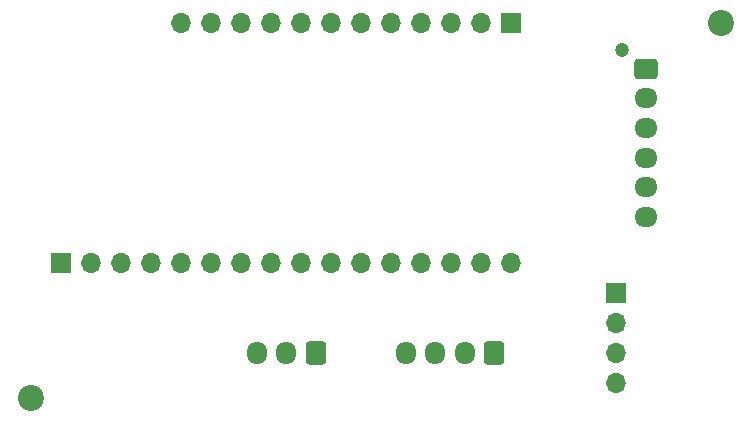
<source format=gbr>
%TF.GenerationSoftware,KiCad,Pcbnew,7.0.7*%
%TF.CreationDate,2024-04-28T08:46:17+01:00*%
%TF.ProjectId,LRF45,4c524634-352e-46b6-9963-61645f706362,rev?*%
%TF.SameCoordinates,Original*%
%TF.FileFunction,Soldermask,Bot*%
%TF.FilePolarity,Negative*%
%FSLAX46Y46*%
G04 Gerber Fmt 4.6, Leading zero omitted, Abs format (unit mm)*
G04 Created by KiCad (PCBNEW 7.0.7) date 2024-04-28 08:46:17*
%MOMM*%
%LPD*%
G01*
G04 APERTURE LIST*
G04 Aperture macros list*
%AMRoundRect*
0 Rectangle with rounded corners*
0 $1 Rounding radius*
0 $2 $3 $4 $5 $6 $7 $8 $9 X,Y pos of 4 corners*
0 Add a 4 corners polygon primitive as box body*
4,1,4,$2,$3,$4,$5,$6,$7,$8,$9,$2,$3,0*
0 Add four circle primitives for the rounded corners*
1,1,$1+$1,$2,$3*
1,1,$1+$1,$4,$5*
1,1,$1+$1,$6,$7*
1,1,$1+$1,$8,$9*
0 Add four rect primitives between the rounded corners*
20,1,$1+$1,$2,$3,$4,$5,0*
20,1,$1+$1,$4,$5,$6,$7,0*
20,1,$1+$1,$6,$7,$8,$9,0*
20,1,$1+$1,$8,$9,$2,$3,0*%
G04 Aperture macros list end*
%ADD10R,1.700000X1.700000*%
%ADD11O,1.700000X1.700000*%
%ADD12RoundRect,0.250000X0.600000X0.725000X-0.600000X0.725000X-0.600000X-0.725000X0.600000X-0.725000X0*%
%ADD13O,1.700000X1.950000*%
%ADD14C,2.200000*%
%ADD15C,1.200000*%
%ADD16RoundRect,0.250000X-0.725000X0.600000X-0.725000X-0.600000X0.725000X-0.600000X0.725000X0.600000X0*%
%ADD17O,1.950000X1.700000*%
G04 APERTURE END LIST*
D10*
%TO.C,J2*%
X146050000Y-101600000D03*
D11*
X143510000Y-101600000D03*
X140970000Y-101600000D03*
X138430000Y-101600000D03*
X135890000Y-101600000D03*
X133350000Y-101600000D03*
X130810000Y-101600000D03*
X128270000Y-101600000D03*
X125730000Y-101600000D03*
X123190000Y-101600000D03*
X120650000Y-101600000D03*
X118110000Y-101600000D03*
%TD*%
D12*
%TO.C,J5*%
X129540000Y-129540000D03*
D13*
X127040000Y-129540000D03*
X124540000Y-129540000D03*
%TD*%
D10*
%TO.C,J1*%
X107950000Y-121920000D03*
D11*
X110490000Y-121920000D03*
X113030000Y-121920000D03*
X115570000Y-121920000D03*
X118110000Y-121920000D03*
X120650000Y-121920000D03*
X123190000Y-121920000D03*
X125730000Y-121920000D03*
X128270000Y-121920000D03*
X130810000Y-121920000D03*
X133350000Y-121920000D03*
X135890000Y-121920000D03*
X138430000Y-121920000D03*
X140970000Y-121920000D03*
X143510000Y-121920000D03*
X146050000Y-121920000D03*
%TD*%
D14*
%TO.C,REF\u002A\u002A*%
X105410000Y-133350000D03*
%TD*%
%TO.C,REF\u002A\u002A*%
X163830000Y-101600000D03*
%TD*%
D10*
%TO.C,J4*%
X154940000Y-124470000D03*
D11*
X154940000Y-127010000D03*
X154940000Y-129550000D03*
X154940000Y-132090000D03*
%TD*%
D12*
%TO.C,J3*%
X144660000Y-129540000D03*
D13*
X142160000Y-129540000D03*
X139660000Y-129540000D03*
X137160000Y-129540000D03*
%TD*%
D15*
%TO.C,J6*%
X155480000Y-103890000D03*
D16*
X157480000Y-105490000D03*
D17*
X157480000Y-107990000D03*
X157480000Y-110490000D03*
X157480000Y-112990000D03*
X157480000Y-115490000D03*
X157480000Y-117990000D03*
%TD*%
M02*

</source>
